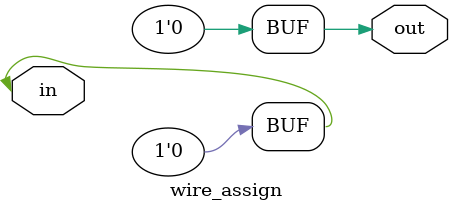
<source format=v>
module wire_assign( input in, output out );
// assign out to in
	assign out = in;
	// setting it is just changing the value of in at run time, so just adding one
	always@*
	begin
	in = 1'b1;
	#3;
	in = 1'b0;
	#3;
	in = 1'b1;
	#3;
	in = 1'b0;
	end
endmodule

</source>
